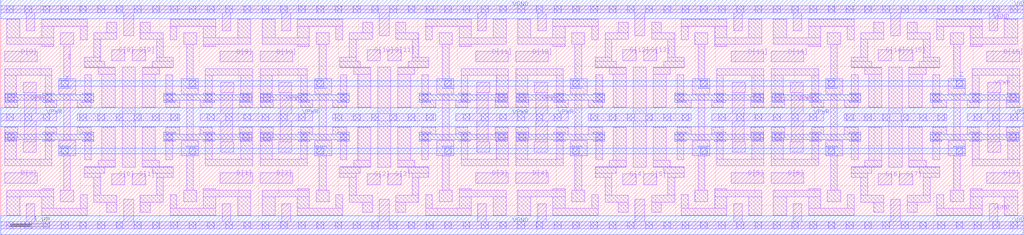
<source format=lef>
# Copyright 2020 The SkyWater PDK Authors
#
# Licensed under the Apache License, Version 2.0 (the "License");
# you may not use this file except in compliance with the License.
# You may obtain a copy of the License at
#
#     https://www.apache.org/licenses/LICENSE-2.0
#
# Unless required by applicable law or agreed to in writing, software
# distributed under the License is distributed on an "AS IS" BASIS,
# WITHOUT WARRANTIES OR CONDITIONS OF ANY KIND, either express or implied.
# See the License for the specific language governing permissions and
# limitations under the License.
#
# SPDX-License-Identifier: Apache-2.0

VERSION 5.7 ;
  NAMESCASESENSITIVE ON ;
  NOWIREEXTENSIONATPIN ON ;
  DIVIDERCHAR "/" ;
  BUSBITCHARS "[]" ;
UNITS
  DATABASE MICRONS 200 ;
END UNITS
PROPERTYDEFINITIONS
  MACRO maskLayoutSubType STRING ;
  MACRO prCellType STRING ;
  MACRO originalViewName STRING ;
END PROPERTYDEFINITIONS
MACRO sky130_fd_sc_hdll__muxb16to1_2
  CLASS CORE ;
  FOREIGN sky130_fd_sc_hdll__muxb16to1_2 ;
  ORIGIN  0.000000  0.000000 ;
  SIZE  25.76000 BY  5.440000 ;
  SYMMETRY X Y R90 ;
  SITE unithd ;
  PIN D[0]
    ANTENNAGATEAREA  0.555000 ;
    DIRECTION INPUT ;
    USE SIGNAL ;
    PORT
      LAYER li1 ;
        RECT 0.095000 1.055000 0.915000 1.325000 ;
    END
  END D[0]
  PIN D[1]
    ANTENNAGATEAREA  0.555000 ;
    DIRECTION INPUT ;
    USE SIGNAL ;
    PORT
      LAYER li1 ;
        RECT 5.525000 1.055000 6.345000 1.325000 ;
    END
  END D[1]
  PIN D[2]
    ANTENNAGATEAREA  0.555000 ;
    DIRECTION INPUT ;
    USE SIGNAL ;
    PORT
      LAYER li1 ;
        RECT 6.535000 1.055000 7.355000 1.325000 ;
    END
  END D[2]
  PIN D[3]
    ANTENNAGATEAREA  0.555000 ;
    DIRECTION INPUT ;
    USE SIGNAL ;
    PORT
      LAYER li1 ;
        RECT 11.965000 1.055000 12.785000 1.325000 ;
    END
  END D[3]
  PIN D[4]
    ANTENNAGATEAREA  0.555000 ;
    DIRECTION INPUT ;
    USE SIGNAL ;
    PORT
      LAYER li1 ;
        RECT 12.975000 1.055000 13.795000 1.325000 ;
    END
  END D[4]
  PIN D[5]
    ANTENNAGATEAREA  0.555000 ;
    DIRECTION INPUT ;
    USE SIGNAL ;
    PORT
      LAYER li1 ;
        RECT 18.405000 1.055000 19.225000 1.325000 ;
    END
  END D[5]
  PIN D[6]
    ANTENNAGATEAREA  0.555000 ;
    DIRECTION INPUT ;
    USE SIGNAL ;
    PORT
      LAYER li1 ;
        RECT 19.415000 1.055000 20.235000 1.325000 ;
    END
  END D[6]
  PIN D[7]
    ANTENNAGATEAREA  0.555000 ;
    DIRECTION INPUT ;
    USE SIGNAL ;
    PORT
      LAYER li1 ;
        RECT 24.845000 1.055000 25.665000 1.325000 ;
    END
  END D[7]
  PIN D[8]
    ANTENNAGATEAREA  0.555000 ;
    DIRECTION INPUT ;
    USE SIGNAL ;
    PORT
      LAYER li1 ;
        RECT 0.095000 4.115000 0.915000 4.385000 ;
    END
  END D[8]
  PIN D[9]
    ANTENNAGATEAREA  0.555000 ;
    DIRECTION INPUT ;
    USE SIGNAL ;
    PORT
      LAYER li1 ;
        RECT 5.525000 4.115000 6.345000 4.385000 ;
    END
  END D[9]
  PIN D[10]
    ANTENNAGATEAREA  0.555000 ;
    DIRECTION INPUT ;
    USE SIGNAL ;
    PORT
      LAYER li1 ;
        RECT 6.535000 4.115000 7.355000 4.385000 ;
    END
  END D[10]
  PIN D[11]
    ANTENNAGATEAREA  0.555000 ;
    DIRECTION INPUT ;
    USE SIGNAL ;
    PORT
      LAYER li1 ;
        RECT 11.965000 4.115000 12.785000 4.385000 ;
    END
  END D[11]
  PIN D[12]
    ANTENNAGATEAREA  0.555000 ;
    DIRECTION INPUT ;
    USE SIGNAL ;
    PORT
      LAYER li1 ;
        RECT 12.975000 4.115000 13.795000 4.385000 ;
    END
  END D[12]
  PIN D[13]
    ANTENNAGATEAREA  0.555000 ;
    DIRECTION INPUT ;
    USE SIGNAL ;
    PORT
      LAYER li1 ;
        RECT 18.405000 4.115000 19.225000 4.385000 ;
    END
  END D[13]
  PIN D[14]
    ANTENNAGATEAREA  0.555000 ;
    DIRECTION INPUT ;
    USE SIGNAL ;
    PORT
      LAYER li1 ;
        RECT 19.415000 4.115000 20.235000 4.385000 ;
    END
  END D[14]
  PIN D[15]
    ANTENNAGATEAREA  0.555000 ;
    DIRECTION INPUT ;
    USE SIGNAL ;
    PORT
      LAYER li1 ;
        RECT 24.845000 4.115000 25.665000 4.385000 ;
    END
  END D[15]
  PIN S[0]
    ANTENNAGATEAREA  0.414000 ;
    DIRECTION INPUT ;
    USE SIGNAL ;
    PORT
      LAYER li1 ;
        RECT 2.790000 1.025000 3.125000 1.295000 ;
    END
  END S[0]
  PIN S[1]
    ANTENNAGATEAREA  0.414000 ;
    DIRECTION INPUT ;
    USE SIGNAL ;
    PORT
      LAYER li1 ;
        RECT 3.315000 1.025000 3.650000 1.295000 ;
    END
  END S[1]
  PIN S[2]
    ANTENNAGATEAREA  0.414000 ;
    DIRECTION INPUT ;
    USE SIGNAL ;
    PORT
      LAYER li1 ;
        RECT 9.230000 1.025000 9.565000 1.295000 ;
    END
  END S[2]
  PIN S[3]
    ANTENNAGATEAREA  0.414000 ;
    DIRECTION INPUT ;
    USE SIGNAL ;
    PORT
      LAYER li1 ;
        RECT 9.755000 1.025000 10.090000 1.295000 ;
    END
  END S[3]
  PIN S[4]
    ANTENNAGATEAREA  0.414000 ;
    DIRECTION INPUT ;
    USE SIGNAL ;
    PORT
      LAYER li1 ;
        RECT 15.670000 1.025000 16.005000 1.295000 ;
    END
  END S[4]
  PIN S[5]
    ANTENNAGATEAREA  0.414000 ;
    DIRECTION INPUT ;
    USE SIGNAL ;
    PORT
      LAYER li1 ;
        RECT 16.195000 1.025000 16.530000 1.295000 ;
    END
  END S[5]
  PIN S[6]
    ANTENNAGATEAREA  0.414000 ;
    DIRECTION INPUT ;
    USE SIGNAL ;
    PORT
      LAYER li1 ;
        RECT 22.110000 1.025000 22.445000 1.295000 ;
    END
  END S[6]
  PIN S[7]
    ANTENNAGATEAREA  0.414000 ;
    DIRECTION INPUT ;
    USE SIGNAL ;
    PORT
      LAYER li1 ;
        RECT 22.635000 1.025000 22.970000 1.295000 ;
    END
  END S[7]
  PIN S[8]
    ANTENNAGATEAREA  0.414000 ;
    DIRECTION INPUT ;
    USE SIGNAL ;
    PORT
      LAYER li1 ;
        RECT 2.790000 4.145000 3.125000 4.415000 ;
    END
  END S[8]
  PIN S[9]
    ANTENNAGATEAREA  0.414000 ;
    DIRECTION INPUT ;
    USE SIGNAL ;
    PORT
      LAYER li1 ;
        RECT 3.315000 4.145000 3.650000 4.415000 ;
    END
  END S[9]
  PIN S[10]
    ANTENNAGATEAREA  0.414000 ;
    DIRECTION INPUT ;
    USE SIGNAL ;
    PORT
      LAYER li1 ;
        RECT 9.230000 4.145000 9.565000 4.415000 ;
    END
  END S[10]
  PIN S[11]
    ANTENNAGATEAREA  0.414000 ;
    DIRECTION INPUT ;
    USE SIGNAL ;
    PORT
      LAYER li1 ;
        RECT 9.755000 4.145000 10.090000 4.415000 ;
    END
  END S[11]
  PIN S[12]
    ANTENNAGATEAREA  0.414000 ;
    DIRECTION INPUT ;
    USE SIGNAL ;
    PORT
      LAYER li1 ;
        RECT 15.670000 4.145000 16.005000 4.415000 ;
    END
  END S[12]
  PIN S[13]
    ANTENNAGATEAREA  0.414000 ;
    DIRECTION INPUT ;
    USE SIGNAL ;
    PORT
      LAYER li1 ;
        RECT 16.195000 4.145000 16.530000 4.415000 ;
    END
  END S[13]
  PIN S[14]
    ANTENNAGATEAREA  0.414000 ;
    DIRECTION INPUT ;
    USE SIGNAL ;
    PORT
      LAYER li1 ;
        RECT 22.110000 4.145000 22.445000 4.415000 ;
    END
  END S[14]
  PIN S[15]
    ANTENNAGATEAREA  0.414000 ;
    DIRECTION INPUT ;
    USE SIGNAL ;
    PORT
      LAYER li1 ;
        RECT 22.635000 4.145000 22.970000 4.415000 ;
    END
  END S[15]
  PIN Z
    ANTENNADIFFAREA  6.051200 ;
    DIRECTION OUTPUT ;
    USE SIGNAL ;
    PORT
      LAYER li1 ;
        RECT 1.465000 1.755000 1.895000 2.125000 ;
        RECT 1.465000 3.315000 1.895000 3.685000 ;
        RECT 1.505000 0.595000 1.835000 0.885000 ;
        RECT 1.505000 4.555000 1.835000 4.845000 ;
        RECT 1.585000 0.885000 1.755000 1.755000 ;
        RECT 1.585000 2.125000 1.755000 3.315000 ;
        RECT 1.585000 3.685000 1.755000 4.555000 ;
      LAYER mcon ;
        RECT 1.525000 1.785000 1.695000 1.955000 ;
        RECT 1.525000 3.485000 1.695000 3.655000 ;
    END
    PORT
      LAYER met1 ;
        RECT  1.465000 1.755000  1.755000 1.800000 ;
        RECT  1.465000 1.800000 24.295000 1.940000 ;
        RECT  1.465000 1.940000  1.755000 1.985000 ;
        RECT  1.465000 3.455000  1.755000 3.500000 ;
        RECT  1.465000 3.500000 24.295000 3.640000 ;
        RECT  1.465000 3.640000  1.755000 3.685000 ;
        RECT  4.685000 1.755000  4.975000 1.800000 ;
        RECT  4.685000 1.940000  4.975000 1.985000 ;
        RECT  4.685000 3.455000  4.975000 3.500000 ;
        RECT  4.685000 3.640000  4.975000 3.685000 ;
        RECT  7.905000 1.755000  8.195000 1.800000 ;
        RECT  7.905000 1.940000  8.195000 1.985000 ;
        RECT  7.905000 3.455000  8.195000 3.500000 ;
        RECT  7.905000 3.640000  8.195000 3.685000 ;
        RECT 11.125000 1.755000 11.415000 1.800000 ;
        RECT 11.125000 1.940000 11.415000 1.985000 ;
        RECT 11.125000 3.455000 11.415000 3.500000 ;
        RECT 11.125000 3.640000 11.415000 3.685000 ;
        RECT 14.345000 1.755000 14.635000 1.800000 ;
        RECT 14.345000 1.940000 14.635000 1.985000 ;
        RECT 14.345000 3.455000 14.635000 3.500000 ;
        RECT 14.345000 3.640000 14.635000 3.685000 ;
        RECT 17.565000 1.755000 17.855000 1.800000 ;
        RECT 17.565000 1.940000 17.855000 1.985000 ;
        RECT 17.565000 3.455000 17.855000 3.500000 ;
        RECT 17.565000 3.640000 17.855000 3.685000 ;
        RECT 20.785000 1.755000 21.075000 1.800000 ;
        RECT 20.785000 1.940000 21.075000 1.985000 ;
        RECT 20.785000 3.455000 21.075000 3.500000 ;
        RECT 20.785000 3.640000 21.075000 3.685000 ;
        RECT 24.005000 1.755000 24.295000 1.800000 ;
        RECT 24.005000 1.940000 24.295000 1.985000 ;
        RECT 24.005000 3.455000 24.295000 3.500000 ;
        RECT 24.005000 3.640000 24.295000 3.685000 ;
    END
  END Z
  PIN VGND
    DIRECTION INOUT ;
    USE GROUND ;
    PORT
      LAYER li1 ;
        RECT  0.000000 -0.085000 25.760000 0.085000 ;
        RECT  0.645000  0.085000  0.860000 0.545000 ;
        RECT  3.095000  0.085000  3.345000 0.660000 ;
        RECT  5.580000  0.085000  5.795000 0.545000 ;
        RECT  7.085000  0.085000  7.300000 0.545000 ;
        RECT  9.535000  0.085000  9.785000 0.660000 ;
        RECT 12.020000  0.085000 12.235000 0.545000 ;
        RECT 13.525000  0.085000 13.740000 0.545000 ;
        RECT 15.975000  0.085000 16.225000 0.660000 ;
        RECT 18.460000  0.085000 18.675000 0.545000 ;
        RECT 19.965000  0.085000 20.180000 0.545000 ;
        RECT 22.415000  0.085000 22.665000 0.660000 ;
        RECT 24.900000  0.085000 25.115000 0.545000 ;
      LAYER mcon ;
        RECT  0.145000 -0.085000  0.315000 0.085000 ;
        RECT  0.605000 -0.085000  0.775000 0.085000 ;
        RECT  1.065000 -0.085000  1.235000 0.085000 ;
        RECT  1.525000 -0.085000  1.695000 0.085000 ;
        RECT  1.985000 -0.085000  2.155000 0.085000 ;
        RECT  2.445000 -0.085000  2.615000 0.085000 ;
        RECT  2.905000 -0.085000  3.075000 0.085000 ;
        RECT  3.365000 -0.085000  3.535000 0.085000 ;
        RECT  3.825000 -0.085000  3.995000 0.085000 ;
        RECT  4.285000 -0.085000  4.455000 0.085000 ;
        RECT  4.745000 -0.085000  4.915000 0.085000 ;
        RECT  5.205000 -0.085000  5.375000 0.085000 ;
        RECT  5.665000 -0.085000  5.835000 0.085000 ;
        RECT  6.125000 -0.085000  6.295000 0.085000 ;
        RECT  6.585000 -0.085000  6.755000 0.085000 ;
        RECT  7.045000 -0.085000  7.215000 0.085000 ;
        RECT  7.505000 -0.085000  7.675000 0.085000 ;
        RECT  7.965000 -0.085000  8.135000 0.085000 ;
        RECT  8.425000 -0.085000  8.595000 0.085000 ;
        RECT  8.885000 -0.085000  9.055000 0.085000 ;
        RECT  9.345000 -0.085000  9.515000 0.085000 ;
        RECT  9.805000 -0.085000  9.975000 0.085000 ;
        RECT 10.265000 -0.085000 10.435000 0.085000 ;
        RECT 10.725000 -0.085000 10.895000 0.085000 ;
        RECT 11.185000 -0.085000 11.355000 0.085000 ;
        RECT 11.645000 -0.085000 11.815000 0.085000 ;
        RECT 12.105000 -0.085000 12.275000 0.085000 ;
        RECT 12.565000 -0.085000 12.735000 0.085000 ;
        RECT 13.025000 -0.085000 13.195000 0.085000 ;
        RECT 13.485000 -0.085000 13.655000 0.085000 ;
        RECT 13.945000 -0.085000 14.115000 0.085000 ;
        RECT 14.405000 -0.085000 14.575000 0.085000 ;
        RECT 14.865000 -0.085000 15.035000 0.085000 ;
        RECT 15.325000 -0.085000 15.495000 0.085000 ;
        RECT 15.785000 -0.085000 15.955000 0.085000 ;
        RECT 16.245000 -0.085000 16.415000 0.085000 ;
        RECT 16.705000 -0.085000 16.875000 0.085000 ;
        RECT 17.165000 -0.085000 17.335000 0.085000 ;
        RECT 17.625000 -0.085000 17.795000 0.085000 ;
        RECT 18.085000 -0.085000 18.255000 0.085000 ;
        RECT 18.545000 -0.085000 18.715000 0.085000 ;
        RECT 19.005000 -0.085000 19.175000 0.085000 ;
        RECT 19.465000 -0.085000 19.635000 0.085000 ;
        RECT 19.925000 -0.085000 20.095000 0.085000 ;
        RECT 20.385000 -0.085000 20.555000 0.085000 ;
        RECT 20.845000 -0.085000 21.015000 0.085000 ;
        RECT 21.305000 -0.085000 21.475000 0.085000 ;
        RECT 21.765000 -0.085000 21.935000 0.085000 ;
        RECT 22.225000 -0.085000 22.395000 0.085000 ;
        RECT 22.685000 -0.085000 22.855000 0.085000 ;
        RECT 23.145000 -0.085000 23.315000 0.085000 ;
        RECT 23.605000 -0.085000 23.775000 0.085000 ;
        RECT 24.065000 -0.085000 24.235000 0.085000 ;
        RECT 24.525000 -0.085000 24.695000 0.085000 ;
        RECT 24.985000 -0.085000 25.155000 0.085000 ;
        RECT 25.445000 -0.085000 25.615000 0.085000 ;
    END
    PORT
      LAYER li1 ;
        RECT  0.000000 5.355000 25.760000 5.525000 ;
        RECT  0.645000 4.895000  0.860000 5.355000 ;
        RECT  3.095000 4.780000  3.345000 5.355000 ;
        RECT  5.580000 4.895000  5.795000 5.355000 ;
        RECT  7.085000 4.895000  7.300000 5.355000 ;
        RECT  9.535000 4.780000  9.785000 5.355000 ;
        RECT 12.020000 4.895000 12.235000 5.355000 ;
        RECT 13.525000 4.895000 13.740000 5.355000 ;
        RECT 15.975000 4.780000 16.225000 5.355000 ;
        RECT 18.460000 4.895000 18.675000 5.355000 ;
        RECT 19.965000 4.895000 20.180000 5.355000 ;
        RECT 22.415000 4.780000 22.665000 5.355000 ;
        RECT 24.900000 4.895000 25.115000 5.355000 ;
      LAYER mcon ;
        RECT  0.145000 5.355000  0.315000 5.525000 ;
        RECT  0.605000 5.355000  0.775000 5.525000 ;
        RECT  1.065000 5.355000  1.235000 5.525000 ;
        RECT  1.525000 5.355000  1.695000 5.525000 ;
        RECT  1.985000 5.355000  2.155000 5.525000 ;
        RECT  2.445000 5.355000  2.615000 5.525000 ;
        RECT  2.905000 5.355000  3.075000 5.525000 ;
        RECT  3.365000 5.355000  3.535000 5.525000 ;
        RECT  3.825000 5.355000  3.995000 5.525000 ;
        RECT  4.285000 5.355000  4.455000 5.525000 ;
        RECT  4.745000 5.355000  4.915000 5.525000 ;
        RECT  5.205000 5.355000  5.375000 5.525000 ;
        RECT  5.665000 5.355000  5.835000 5.525000 ;
        RECT  6.125000 5.355000  6.295000 5.525000 ;
        RECT  6.585000 5.355000  6.755000 5.525000 ;
        RECT  7.045000 5.355000  7.215000 5.525000 ;
        RECT  7.505000 5.355000  7.675000 5.525000 ;
        RECT  7.965000 5.355000  8.135000 5.525000 ;
        RECT  8.425000 5.355000  8.595000 5.525000 ;
        RECT  8.885000 5.355000  9.055000 5.525000 ;
        RECT  9.345000 5.355000  9.515000 5.525000 ;
        RECT  9.805000 5.355000  9.975000 5.525000 ;
        RECT 10.265000 5.355000 10.435000 5.525000 ;
        RECT 10.725000 5.355000 10.895000 5.525000 ;
        RECT 11.185000 5.355000 11.355000 5.525000 ;
        RECT 11.645000 5.355000 11.815000 5.525000 ;
        RECT 12.105000 5.355000 12.275000 5.525000 ;
        RECT 12.565000 5.355000 12.735000 5.525000 ;
        RECT 13.025000 5.355000 13.195000 5.525000 ;
        RECT 13.485000 5.355000 13.655000 5.525000 ;
        RECT 13.945000 5.355000 14.115000 5.525000 ;
        RECT 14.405000 5.355000 14.575000 5.525000 ;
        RECT 14.865000 5.355000 15.035000 5.525000 ;
        RECT 15.325000 5.355000 15.495000 5.525000 ;
        RECT 15.785000 5.355000 15.955000 5.525000 ;
        RECT 16.245000 5.355000 16.415000 5.525000 ;
        RECT 16.705000 5.355000 16.875000 5.525000 ;
        RECT 17.165000 5.355000 17.335000 5.525000 ;
        RECT 17.625000 5.355000 17.795000 5.525000 ;
        RECT 18.085000 5.355000 18.255000 5.525000 ;
        RECT 18.545000 5.355000 18.715000 5.525000 ;
        RECT 19.005000 5.355000 19.175000 5.525000 ;
        RECT 19.465000 5.355000 19.635000 5.525000 ;
        RECT 19.925000 5.355000 20.095000 5.525000 ;
        RECT 20.385000 5.355000 20.555000 5.525000 ;
        RECT 20.845000 5.355000 21.015000 5.525000 ;
        RECT 21.305000 5.355000 21.475000 5.525000 ;
        RECT 21.765000 5.355000 21.935000 5.525000 ;
        RECT 22.225000 5.355000 22.395000 5.525000 ;
        RECT 22.685000 5.355000 22.855000 5.525000 ;
        RECT 23.145000 5.355000 23.315000 5.525000 ;
        RECT 23.605000 5.355000 23.775000 5.525000 ;
        RECT 24.065000 5.355000 24.235000 5.525000 ;
        RECT 24.525000 5.355000 24.695000 5.525000 ;
        RECT 24.985000 5.355000 25.155000 5.525000 ;
        RECT 25.445000 5.355000 25.615000 5.525000 ;
    END
    PORT
      LAYER met1 ;
        RECT 0.000000 -0.240000 25.760000 0.240000 ;
    END
    PORT
      LAYER met1 ;
        RECT 0.000000 5.200000 25.760000 5.680000 ;
    END
  END VGND
  PIN VPWR
    DIRECTION INOUT ;
    USE POWER ;
    PORT
      LAYER li1 ;
        RECT 0.000000 2.635000 1.415000 2.805000 ;
        RECT 0.565000 1.835000 0.895000 2.105000 ;
        RECT 0.565000 3.335000 0.895000 3.605000 ;
        RECT 0.595000 2.105000 0.895000 2.635000 ;
        RECT 0.595000 2.805000 0.895000 3.335000 ;
      LAYER mcon ;
        RECT 0.145000 2.635000 0.315000 2.805000 ;
        RECT 0.605000 2.635000 0.775000 2.805000 ;
        RECT 1.065000 2.635000 1.235000 2.805000 ;
    END
    PORT
      LAYER li1 ;
        RECT 11.465000 2.635000 14.295000 2.805000 ;
        RECT 11.985000 1.835000 12.315000 2.105000 ;
        RECT 11.985000 2.105000 12.285000 2.635000 ;
        RECT 11.985000 2.805000 12.285000 3.335000 ;
        RECT 11.985000 3.335000 12.315000 3.605000 ;
        RECT 13.445000 1.835000 13.775000 2.105000 ;
        RECT 13.445000 3.335000 13.775000 3.605000 ;
        RECT 13.475000 2.105000 13.775000 2.635000 ;
        RECT 13.475000 2.805000 13.775000 3.335000 ;
      LAYER mcon ;
        RECT 11.645000 2.635000 11.815000 2.805000 ;
        RECT 12.105000 2.635000 12.275000 2.805000 ;
        RECT 12.565000 2.635000 12.735000 2.805000 ;
        RECT 13.025000 2.635000 13.195000 2.805000 ;
        RECT 13.485000 2.635000 13.655000 2.805000 ;
        RECT 13.945000 2.635000 14.115000 2.805000 ;
    END
    PORT
      LAYER li1 ;
        RECT 17.905000 2.635000 20.735000 2.805000 ;
        RECT 18.425000 1.835000 18.755000 2.105000 ;
        RECT 18.425000 2.105000 18.725000 2.635000 ;
        RECT 18.425000 2.805000 18.725000 3.335000 ;
        RECT 18.425000 3.335000 18.755000 3.605000 ;
        RECT 19.885000 1.835000 20.215000 2.105000 ;
        RECT 19.885000 3.335000 20.215000 3.605000 ;
        RECT 19.915000 2.105000 20.215000 2.635000 ;
        RECT 19.915000 2.805000 20.215000 3.335000 ;
      LAYER mcon ;
        RECT 18.085000 2.635000 18.255000 2.805000 ;
        RECT 18.545000 2.635000 18.715000 2.805000 ;
        RECT 19.005000 2.635000 19.175000 2.805000 ;
        RECT 19.465000 2.635000 19.635000 2.805000 ;
        RECT 19.925000 2.635000 20.095000 2.805000 ;
        RECT 20.385000 2.635000 20.555000 2.805000 ;
    END
    PORT
      LAYER li1 ;
        RECT 24.345000 2.635000 25.760000 2.805000 ;
        RECT 24.865000 1.835000 25.195000 2.105000 ;
        RECT 24.865000 2.105000 25.165000 2.635000 ;
        RECT 24.865000 2.805000 25.165000 3.335000 ;
        RECT 24.865000 3.335000 25.195000 3.605000 ;
      LAYER mcon ;
        RECT 24.525000 2.635000 24.695000 2.805000 ;
        RECT 24.985000 2.635000 25.155000 2.805000 ;
        RECT 25.445000 2.635000 25.615000 2.805000 ;
    END
    PORT
      LAYER li1 ;
        RECT 5.025000 2.635000 7.855000 2.805000 ;
        RECT 5.545000 1.835000 5.875000 2.105000 ;
        RECT 5.545000 2.105000 5.845000 2.635000 ;
        RECT 5.545000 2.805000 5.845000 3.335000 ;
        RECT 5.545000 3.335000 5.875000 3.605000 ;
        RECT 7.005000 1.835000 7.335000 2.105000 ;
        RECT 7.005000 3.335000 7.335000 3.605000 ;
        RECT 7.035000 2.105000 7.335000 2.635000 ;
        RECT 7.035000 2.805000 7.335000 3.335000 ;
      LAYER mcon ;
        RECT 5.205000 2.635000 5.375000 2.805000 ;
        RECT 5.665000 2.635000 5.835000 2.805000 ;
        RECT 6.125000 2.635000 6.295000 2.805000 ;
        RECT 6.585000 2.635000 6.755000 2.805000 ;
        RECT 7.045000 2.635000 7.215000 2.805000 ;
        RECT 7.505000 2.635000 7.675000 2.805000 ;
    END
    PORT
      LAYER met1 ;
        RECT 0.000000 2.480000 25.760000 2.960000 ;
    END
  END VPWR
  OBS
    LAYER li1 ;
      RECT  0.095000 1.495000  1.285000 1.665000 ;
      RECT  0.095000 1.665000  0.395000 2.210000 ;
      RECT  0.095000 2.210000  0.425000 2.465000 ;
      RECT  0.095000 2.975000  0.425000 3.230000 ;
      RECT  0.095000 3.230000  0.395000 3.775000 ;
      RECT  0.095000 3.775000  1.285000 3.945000 ;
      RECT  0.145000 0.255000  0.475000 0.715000 ;
      RECT  0.145000 0.715000  1.335000 0.885000 ;
      RECT  0.145000 4.555000  1.335000 4.725000 ;
      RECT  0.145000 4.725000  0.475000 5.185000 ;
      RECT  1.030000 0.255000  2.175000 0.425000 ;
      RECT  1.030000 0.425000  1.335000 0.715000 ;
      RECT  1.030000 0.885000  1.335000 0.925000 ;
      RECT  1.030000 4.515000  1.335000 4.555000 ;
      RECT  1.030000 4.725000  1.335000 5.015000 ;
      RECT  1.030000 5.015000  2.175000 5.185000 ;
      RECT  1.115000 1.665000  1.285000 2.295000 ;
      RECT  1.115000 2.295000  1.415000 2.465000 ;
      RECT  1.115000 2.975000  1.415000 3.145000 ;
      RECT  1.115000 3.145000  1.285000 3.775000 ;
      RECT  1.925000 2.295000  2.280000 2.465000 ;
      RECT  1.925000 2.635000  4.515000 2.805000 ;
      RECT  1.925000 2.975000  2.280000 3.145000 ;
      RECT  2.005000 0.425000  2.175000 0.770000 ;
      RECT  2.005000 4.670000  2.175000 5.015000 ;
      RECT  2.100000 1.205000  2.515000 1.305000 ;
      RECT  2.100000 1.305000  2.620000 1.465000 ;
      RECT  2.100000 1.465000  2.880000 1.475000 ;
      RECT  2.100000 3.965000  2.880000 3.975000 ;
      RECT  2.100000 3.975000  2.620000 4.135000 ;
      RECT  2.100000 4.135000  2.515000 4.235000 ;
      RECT  2.110000 1.645000  2.280000 2.295000 ;
      RECT  2.110000 3.145000  2.280000 3.795000 ;
      RECT  2.345000 0.585000  2.925000 0.755000 ;
      RECT  2.345000 0.755000  2.515000 1.205000 ;
      RECT  2.345000 4.235000  2.515000 4.685000 ;
      RECT  2.345000 4.685000  2.925000 4.855000 ;
      RECT  2.450000 1.475000  2.880000 1.635000 ;
      RECT  2.450000 3.805000  2.880000 3.965000 ;
      RECT  2.550000 1.635000  2.880000 2.465000 ;
      RECT  2.550000 2.975000  2.880000 3.805000 ;
      RECT  2.675000 0.330000  2.925000 0.585000 ;
      RECT  2.675000 4.855000  2.925000 5.110000 ;
      RECT  3.055000 1.465000  3.385000 2.635000 ;
      RECT  3.055000 2.805000  3.385000 3.975000 ;
      RECT  3.515000 0.330000  3.765000 0.585000 ;
      RECT  3.515000 0.585000  4.095000 0.755000 ;
      RECT  3.515000 4.685000  4.095000 4.855000 ;
      RECT  3.515000 4.855000  3.765000 5.110000 ;
      RECT  3.560000 1.465000  4.340000 1.475000 ;
      RECT  3.560000 1.475000  3.990000 1.635000 ;
      RECT  3.560000 1.635000  3.890000 2.465000 ;
      RECT  3.560000 2.975000  3.890000 3.805000 ;
      RECT  3.560000 3.805000  3.990000 3.965000 ;
      RECT  3.560000 3.965000  4.340000 3.975000 ;
      RECT  3.820000 1.305000  4.340000 1.465000 ;
      RECT  3.820000 3.975000  4.340000 4.135000 ;
      RECT  3.925000 0.755000  4.095000 1.205000 ;
      RECT  3.925000 1.205000  4.340000 1.305000 ;
      RECT  3.925000 4.135000  4.340000 4.235000 ;
      RECT  3.925000 4.235000  4.095000 4.685000 ;
      RECT  4.160000 1.645000  4.330000 2.295000 ;
      RECT  4.160000 2.295000  4.515000 2.465000 ;
      RECT  4.160000 2.975000  4.515000 3.145000 ;
      RECT  4.160000 3.145000  4.330000 3.795000 ;
      RECT  4.265000 0.255000  5.410000 0.425000 ;
      RECT  4.265000 0.425000  4.435000 0.770000 ;
      RECT  4.265000 4.670000  4.435000 5.015000 ;
      RECT  4.265000 5.015000  5.410000 5.185000 ;
      RECT  4.545000 1.755000  4.975000 2.125000 ;
      RECT  4.545000 3.315000  4.975000 3.685000 ;
      RECT  4.605000 0.595000  4.935000 0.885000 ;
      RECT  4.605000 4.555000  4.935000 4.845000 ;
      RECT  4.685000 0.885000  4.855000 1.755000 ;
      RECT  4.685000 2.125000  4.855000 3.315000 ;
      RECT  4.685000 3.685000  4.855000 4.555000 ;
      RECT  5.025000 2.295000  5.325000 2.465000 ;
      RECT  5.025000 2.975000  5.325000 3.145000 ;
      RECT  5.105000 0.425000  5.410000 0.715000 ;
      RECT  5.105000 0.715000  6.295000 0.885000 ;
      RECT  5.105000 0.885000  5.410000 0.925000 ;
      RECT  5.105000 4.515000  5.410000 4.555000 ;
      RECT  5.105000 4.555000  6.295000 4.725000 ;
      RECT  5.105000 4.725000  5.410000 5.015000 ;
      RECT  5.155000 1.495000  6.345000 1.665000 ;
      RECT  5.155000 1.665000  5.325000 2.295000 ;
      RECT  5.155000 3.145000  5.325000 3.775000 ;
      RECT  5.155000 3.775000  6.345000 3.945000 ;
      RECT  5.965000 0.255000  6.295000 0.715000 ;
      RECT  5.965000 4.725000  6.295000 5.185000 ;
      RECT  6.015000 2.210000  6.345000 2.465000 ;
      RECT  6.015000 2.975000  6.345000 3.230000 ;
      RECT  6.045000 1.665000  6.345000 2.210000 ;
      RECT  6.045000 3.230000  6.345000 3.775000 ;
      RECT  6.535000 1.495000  7.725000 1.665000 ;
      RECT  6.535000 1.665000  6.835000 2.210000 ;
      RECT  6.535000 2.210000  6.865000 2.465000 ;
      RECT  6.535000 2.975000  6.865000 3.230000 ;
      RECT  6.535000 3.230000  6.835000 3.775000 ;
      RECT  6.535000 3.775000  7.725000 3.945000 ;
      RECT  6.585000 0.255000  6.915000 0.715000 ;
      RECT  6.585000 0.715000  7.775000 0.885000 ;
      RECT  6.585000 4.555000  7.775000 4.725000 ;
      RECT  6.585000 4.725000  6.915000 5.185000 ;
      RECT  7.470000 0.255000  8.615000 0.425000 ;
      RECT  7.470000 0.425000  7.775000 0.715000 ;
      RECT  7.470000 0.885000  7.775000 0.925000 ;
      RECT  7.470000 4.515000  7.775000 4.555000 ;
      RECT  7.470000 4.725000  7.775000 5.015000 ;
      RECT  7.470000 5.015000  8.615000 5.185000 ;
      RECT  7.555000 1.665000  7.725000 2.295000 ;
      RECT  7.555000 2.295000  7.855000 2.465000 ;
      RECT  7.555000 2.975000  7.855000 3.145000 ;
      RECT  7.555000 3.145000  7.725000 3.775000 ;
      RECT  7.905000 1.755000  8.335000 2.125000 ;
      RECT  7.905000 3.315000  8.335000 3.685000 ;
      RECT  7.945000 0.595000  8.275000 0.885000 ;
      RECT  7.945000 4.555000  8.275000 4.845000 ;
      RECT  8.025000 0.885000  8.195000 1.755000 ;
      RECT  8.025000 2.125000  8.195000 3.315000 ;
      RECT  8.025000 3.685000  8.195000 4.555000 ;
      RECT  8.365000 2.295000  8.720000 2.465000 ;
      RECT  8.365000 2.635000 10.955000 2.805000 ;
      RECT  8.365000 2.975000  8.720000 3.145000 ;
      RECT  8.445000 0.425000  8.615000 0.770000 ;
      RECT  8.445000 4.670000  8.615000 5.015000 ;
      RECT  8.540000 1.205000  8.955000 1.305000 ;
      RECT  8.540000 1.305000  9.060000 1.465000 ;
      RECT  8.540000 1.465000  9.320000 1.475000 ;
      RECT  8.540000 3.965000  9.320000 3.975000 ;
      RECT  8.540000 3.975000  9.060000 4.135000 ;
      RECT  8.540000 4.135000  8.955000 4.235000 ;
      RECT  8.550000 1.645000  8.720000 2.295000 ;
      RECT  8.550000 3.145000  8.720000 3.795000 ;
      RECT  8.785000 0.585000  9.365000 0.755000 ;
      RECT  8.785000 0.755000  8.955000 1.205000 ;
      RECT  8.785000 4.235000  8.955000 4.685000 ;
      RECT  8.785000 4.685000  9.365000 4.855000 ;
      RECT  8.890000 1.475000  9.320000 1.635000 ;
      RECT  8.890000 3.805000  9.320000 3.965000 ;
      RECT  8.990000 1.635000  9.320000 2.465000 ;
      RECT  8.990000 2.975000  9.320000 3.805000 ;
      RECT  9.115000 0.330000  9.365000 0.585000 ;
      RECT  9.115000 4.855000  9.365000 5.110000 ;
      RECT  9.495000 1.465000  9.825000 2.635000 ;
      RECT  9.495000 2.805000  9.825000 3.975000 ;
      RECT  9.955000 0.330000 10.205000 0.585000 ;
      RECT  9.955000 0.585000 10.535000 0.755000 ;
      RECT  9.955000 4.685000 10.535000 4.855000 ;
      RECT  9.955000 4.855000 10.205000 5.110000 ;
      RECT 10.000000 1.465000 10.780000 1.475000 ;
      RECT 10.000000 1.475000 10.430000 1.635000 ;
      RECT 10.000000 1.635000 10.330000 2.465000 ;
      RECT 10.000000 2.975000 10.330000 3.805000 ;
      RECT 10.000000 3.805000 10.430000 3.965000 ;
      RECT 10.000000 3.965000 10.780000 3.975000 ;
      RECT 10.260000 1.305000 10.780000 1.465000 ;
      RECT 10.260000 3.975000 10.780000 4.135000 ;
      RECT 10.365000 0.755000 10.535000 1.205000 ;
      RECT 10.365000 1.205000 10.780000 1.305000 ;
      RECT 10.365000 4.135000 10.780000 4.235000 ;
      RECT 10.365000 4.235000 10.535000 4.685000 ;
      RECT 10.600000 1.645000 10.770000 2.295000 ;
      RECT 10.600000 2.295000 10.955000 2.465000 ;
      RECT 10.600000 2.975000 10.955000 3.145000 ;
      RECT 10.600000 3.145000 10.770000 3.795000 ;
      RECT 10.705000 0.255000 11.850000 0.425000 ;
      RECT 10.705000 0.425000 10.875000 0.770000 ;
      RECT 10.705000 4.670000 10.875000 5.015000 ;
      RECT 10.705000 5.015000 11.850000 5.185000 ;
      RECT 10.985000 1.755000 11.415000 2.125000 ;
      RECT 10.985000 3.315000 11.415000 3.685000 ;
      RECT 11.045000 0.595000 11.375000 0.885000 ;
      RECT 11.045000 4.555000 11.375000 4.845000 ;
      RECT 11.125000 0.885000 11.295000 1.755000 ;
      RECT 11.125000 2.125000 11.295000 3.315000 ;
      RECT 11.125000 3.685000 11.295000 4.555000 ;
      RECT 11.465000 2.295000 11.765000 2.465000 ;
      RECT 11.465000 2.975000 11.765000 3.145000 ;
      RECT 11.545000 0.425000 11.850000 0.715000 ;
      RECT 11.545000 0.715000 12.735000 0.885000 ;
      RECT 11.545000 0.885000 11.850000 0.925000 ;
      RECT 11.545000 4.515000 11.850000 4.555000 ;
      RECT 11.545000 4.555000 12.735000 4.725000 ;
      RECT 11.545000 4.725000 11.850000 5.015000 ;
      RECT 11.595000 1.495000 12.785000 1.665000 ;
      RECT 11.595000 1.665000 11.765000 2.295000 ;
      RECT 11.595000 3.145000 11.765000 3.775000 ;
      RECT 11.595000 3.775000 12.785000 3.945000 ;
      RECT 12.405000 0.255000 12.735000 0.715000 ;
      RECT 12.405000 4.725000 12.735000 5.185000 ;
      RECT 12.455000 2.210000 12.785000 2.465000 ;
      RECT 12.455000 2.975000 12.785000 3.230000 ;
      RECT 12.485000 1.665000 12.785000 2.210000 ;
      RECT 12.485000 3.230000 12.785000 3.775000 ;
      RECT 12.975000 1.495000 14.165000 1.665000 ;
      RECT 12.975000 1.665000 13.275000 2.210000 ;
      RECT 12.975000 2.210000 13.305000 2.465000 ;
      RECT 12.975000 2.975000 13.305000 3.230000 ;
      RECT 12.975000 3.230000 13.275000 3.775000 ;
      RECT 12.975000 3.775000 14.165000 3.945000 ;
      RECT 13.025000 0.255000 13.355000 0.715000 ;
      RECT 13.025000 0.715000 14.215000 0.885000 ;
      RECT 13.025000 4.555000 14.215000 4.725000 ;
      RECT 13.025000 4.725000 13.355000 5.185000 ;
      RECT 13.910000 0.255000 15.055000 0.425000 ;
      RECT 13.910000 0.425000 14.215000 0.715000 ;
      RECT 13.910000 0.885000 14.215000 0.925000 ;
      RECT 13.910000 4.515000 14.215000 4.555000 ;
      RECT 13.910000 4.725000 14.215000 5.015000 ;
      RECT 13.910000 5.015000 15.055000 5.185000 ;
      RECT 13.995000 1.665000 14.165000 2.295000 ;
      RECT 13.995000 2.295000 14.295000 2.465000 ;
      RECT 13.995000 2.975000 14.295000 3.145000 ;
      RECT 13.995000 3.145000 14.165000 3.775000 ;
      RECT 14.345000 1.755000 14.775000 2.125000 ;
      RECT 14.345000 3.315000 14.775000 3.685000 ;
      RECT 14.385000 0.595000 14.715000 0.885000 ;
      RECT 14.385000 4.555000 14.715000 4.845000 ;
      RECT 14.465000 0.885000 14.635000 1.755000 ;
      RECT 14.465000 2.125000 14.635000 3.315000 ;
      RECT 14.465000 3.685000 14.635000 4.555000 ;
      RECT 14.805000 2.295000 15.160000 2.465000 ;
      RECT 14.805000 2.635000 17.395000 2.805000 ;
      RECT 14.805000 2.975000 15.160000 3.145000 ;
      RECT 14.885000 0.425000 15.055000 0.770000 ;
      RECT 14.885000 4.670000 15.055000 5.015000 ;
      RECT 14.980000 1.205000 15.395000 1.305000 ;
      RECT 14.980000 1.305000 15.500000 1.465000 ;
      RECT 14.980000 1.465000 15.760000 1.475000 ;
      RECT 14.980000 3.965000 15.760000 3.975000 ;
      RECT 14.980000 3.975000 15.500000 4.135000 ;
      RECT 14.980000 4.135000 15.395000 4.235000 ;
      RECT 14.990000 1.645000 15.160000 2.295000 ;
      RECT 14.990000 3.145000 15.160000 3.795000 ;
      RECT 15.225000 0.585000 15.805000 0.755000 ;
      RECT 15.225000 0.755000 15.395000 1.205000 ;
      RECT 15.225000 4.235000 15.395000 4.685000 ;
      RECT 15.225000 4.685000 15.805000 4.855000 ;
      RECT 15.330000 1.475000 15.760000 1.635000 ;
      RECT 15.330000 3.805000 15.760000 3.965000 ;
      RECT 15.430000 1.635000 15.760000 2.465000 ;
      RECT 15.430000 2.975000 15.760000 3.805000 ;
      RECT 15.555000 0.330000 15.805000 0.585000 ;
      RECT 15.555000 4.855000 15.805000 5.110000 ;
      RECT 15.935000 1.465000 16.265000 2.635000 ;
      RECT 15.935000 2.805000 16.265000 3.975000 ;
      RECT 16.395000 0.330000 16.645000 0.585000 ;
      RECT 16.395000 0.585000 16.975000 0.755000 ;
      RECT 16.395000 4.685000 16.975000 4.855000 ;
      RECT 16.395000 4.855000 16.645000 5.110000 ;
      RECT 16.440000 1.465000 17.220000 1.475000 ;
      RECT 16.440000 1.475000 16.870000 1.635000 ;
      RECT 16.440000 1.635000 16.770000 2.465000 ;
      RECT 16.440000 2.975000 16.770000 3.805000 ;
      RECT 16.440000 3.805000 16.870000 3.965000 ;
      RECT 16.440000 3.965000 17.220000 3.975000 ;
      RECT 16.700000 1.305000 17.220000 1.465000 ;
      RECT 16.700000 3.975000 17.220000 4.135000 ;
      RECT 16.805000 0.755000 16.975000 1.205000 ;
      RECT 16.805000 1.205000 17.220000 1.305000 ;
      RECT 16.805000 4.135000 17.220000 4.235000 ;
      RECT 16.805000 4.235000 16.975000 4.685000 ;
      RECT 17.040000 1.645000 17.210000 2.295000 ;
      RECT 17.040000 2.295000 17.395000 2.465000 ;
      RECT 17.040000 2.975000 17.395000 3.145000 ;
      RECT 17.040000 3.145000 17.210000 3.795000 ;
      RECT 17.145000 0.255000 18.290000 0.425000 ;
      RECT 17.145000 0.425000 17.315000 0.770000 ;
      RECT 17.145000 4.670000 17.315000 5.015000 ;
      RECT 17.145000 5.015000 18.290000 5.185000 ;
      RECT 17.425000 1.755000 17.855000 2.125000 ;
      RECT 17.425000 3.315000 17.855000 3.685000 ;
      RECT 17.485000 0.595000 17.815000 0.885000 ;
      RECT 17.485000 4.555000 17.815000 4.845000 ;
      RECT 17.565000 0.885000 17.735000 1.755000 ;
      RECT 17.565000 2.125000 17.735000 3.315000 ;
      RECT 17.565000 3.685000 17.735000 4.555000 ;
      RECT 17.905000 2.295000 18.205000 2.465000 ;
      RECT 17.905000 2.975000 18.205000 3.145000 ;
      RECT 17.985000 0.425000 18.290000 0.715000 ;
      RECT 17.985000 0.715000 19.175000 0.885000 ;
      RECT 17.985000 0.885000 18.290000 0.925000 ;
      RECT 17.985000 4.515000 18.290000 4.555000 ;
      RECT 17.985000 4.555000 19.175000 4.725000 ;
      RECT 17.985000 4.725000 18.290000 5.015000 ;
      RECT 18.035000 1.495000 19.225000 1.665000 ;
      RECT 18.035000 1.665000 18.205000 2.295000 ;
      RECT 18.035000 3.145000 18.205000 3.775000 ;
      RECT 18.035000 3.775000 19.225000 3.945000 ;
      RECT 18.845000 0.255000 19.175000 0.715000 ;
      RECT 18.845000 4.725000 19.175000 5.185000 ;
      RECT 18.895000 2.210000 19.225000 2.465000 ;
      RECT 18.895000 2.975000 19.225000 3.230000 ;
      RECT 18.925000 1.665000 19.225000 2.210000 ;
      RECT 18.925000 3.230000 19.225000 3.775000 ;
      RECT 19.415000 1.495000 20.605000 1.665000 ;
      RECT 19.415000 1.665000 19.715000 2.210000 ;
      RECT 19.415000 2.210000 19.745000 2.465000 ;
      RECT 19.415000 2.975000 19.745000 3.230000 ;
      RECT 19.415000 3.230000 19.715000 3.775000 ;
      RECT 19.415000 3.775000 20.605000 3.945000 ;
      RECT 19.465000 0.255000 19.795000 0.715000 ;
      RECT 19.465000 0.715000 20.655000 0.885000 ;
      RECT 19.465000 4.555000 20.655000 4.725000 ;
      RECT 19.465000 4.725000 19.795000 5.185000 ;
      RECT 20.350000 0.255000 21.495000 0.425000 ;
      RECT 20.350000 0.425000 20.655000 0.715000 ;
      RECT 20.350000 0.885000 20.655000 0.925000 ;
      RECT 20.350000 4.515000 20.655000 4.555000 ;
      RECT 20.350000 4.725000 20.655000 5.015000 ;
      RECT 20.350000 5.015000 21.495000 5.185000 ;
      RECT 20.435000 1.665000 20.605000 2.295000 ;
      RECT 20.435000 2.295000 20.735000 2.465000 ;
      RECT 20.435000 2.975000 20.735000 3.145000 ;
      RECT 20.435000 3.145000 20.605000 3.775000 ;
      RECT 20.785000 1.755000 21.215000 2.125000 ;
      RECT 20.785000 3.315000 21.215000 3.685000 ;
      RECT 20.825000 0.595000 21.155000 0.885000 ;
      RECT 20.825000 4.555000 21.155000 4.845000 ;
      RECT 20.905000 0.885000 21.075000 1.755000 ;
      RECT 20.905000 2.125000 21.075000 3.315000 ;
      RECT 20.905000 3.685000 21.075000 4.555000 ;
      RECT 21.245000 2.295000 21.600000 2.465000 ;
      RECT 21.245000 2.635000 23.835000 2.805000 ;
      RECT 21.245000 2.975000 21.600000 3.145000 ;
      RECT 21.325000 0.425000 21.495000 0.770000 ;
      RECT 21.325000 4.670000 21.495000 5.015000 ;
      RECT 21.420000 1.205000 21.835000 1.305000 ;
      RECT 21.420000 1.305000 21.940000 1.465000 ;
      RECT 21.420000 1.465000 22.200000 1.475000 ;
      RECT 21.420000 3.965000 22.200000 3.975000 ;
      RECT 21.420000 3.975000 21.940000 4.135000 ;
      RECT 21.420000 4.135000 21.835000 4.235000 ;
      RECT 21.430000 1.645000 21.600000 2.295000 ;
      RECT 21.430000 3.145000 21.600000 3.795000 ;
      RECT 21.665000 0.585000 22.245000 0.755000 ;
      RECT 21.665000 0.755000 21.835000 1.205000 ;
      RECT 21.665000 4.235000 21.835000 4.685000 ;
      RECT 21.665000 4.685000 22.245000 4.855000 ;
      RECT 21.770000 1.475000 22.200000 1.635000 ;
      RECT 21.770000 3.805000 22.200000 3.965000 ;
      RECT 21.870000 1.635000 22.200000 2.465000 ;
      RECT 21.870000 2.975000 22.200000 3.805000 ;
      RECT 21.995000 0.330000 22.245000 0.585000 ;
      RECT 21.995000 4.855000 22.245000 5.110000 ;
      RECT 22.375000 1.465000 22.705000 2.635000 ;
      RECT 22.375000 2.805000 22.705000 3.975000 ;
      RECT 22.835000 0.330000 23.085000 0.585000 ;
      RECT 22.835000 0.585000 23.415000 0.755000 ;
      RECT 22.835000 4.685000 23.415000 4.855000 ;
      RECT 22.835000 4.855000 23.085000 5.110000 ;
      RECT 22.880000 1.465000 23.660000 1.475000 ;
      RECT 22.880000 1.475000 23.310000 1.635000 ;
      RECT 22.880000 1.635000 23.210000 2.465000 ;
      RECT 22.880000 2.975000 23.210000 3.805000 ;
      RECT 22.880000 3.805000 23.310000 3.965000 ;
      RECT 22.880000 3.965000 23.660000 3.975000 ;
      RECT 23.140000 1.305000 23.660000 1.465000 ;
      RECT 23.140000 3.975000 23.660000 4.135000 ;
      RECT 23.245000 0.755000 23.415000 1.205000 ;
      RECT 23.245000 1.205000 23.660000 1.305000 ;
      RECT 23.245000 4.135000 23.660000 4.235000 ;
      RECT 23.245000 4.235000 23.415000 4.685000 ;
      RECT 23.480000 1.645000 23.650000 2.295000 ;
      RECT 23.480000 2.295000 23.835000 2.465000 ;
      RECT 23.480000 2.975000 23.835000 3.145000 ;
      RECT 23.480000 3.145000 23.650000 3.795000 ;
      RECT 23.585000 0.255000 24.730000 0.425000 ;
      RECT 23.585000 0.425000 23.755000 0.770000 ;
      RECT 23.585000 4.670000 23.755000 5.015000 ;
      RECT 23.585000 5.015000 24.730000 5.185000 ;
      RECT 23.865000 1.755000 24.295000 2.125000 ;
      RECT 23.865000 3.315000 24.295000 3.685000 ;
      RECT 23.925000 0.595000 24.255000 0.885000 ;
      RECT 23.925000 4.555000 24.255000 4.845000 ;
      RECT 24.005000 0.885000 24.175000 1.755000 ;
      RECT 24.005000 2.125000 24.175000 3.315000 ;
      RECT 24.005000 3.685000 24.175000 4.555000 ;
      RECT 24.345000 2.295000 24.645000 2.465000 ;
      RECT 24.345000 2.975000 24.645000 3.145000 ;
      RECT 24.425000 0.425000 24.730000 0.715000 ;
      RECT 24.425000 0.715000 25.615000 0.885000 ;
      RECT 24.425000 0.885000 24.730000 0.925000 ;
      RECT 24.425000 4.515000 24.730000 4.555000 ;
      RECT 24.425000 4.555000 25.615000 4.725000 ;
      RECT 24.425000 4.725000 24.730000 5.015000 ;
      RECT 24.475000 1.495000 25.665000 1.665000 ;
      RECT 24.475000 1.665000 24.645000 2.295000 ;
      RECT 24.475000 3.145000 24.645000 3.775000 ;
      RECT 24.475000 3.775000 25.665000 3.945000 ;
      RECT 25.285000 0.255000 25.615000 0.715000 ;
      RECT 25.285000 4.725000 25.615000 5.185000 ;
      RECT 25.335000 2.210000 25.665000 2.465000 ;
      RECT 25.335000 2.975000 25.665000 3.230000 ;
      RECT 25.365000 1.665000 25.665000 2.210000 ;
      RECT 25.365000 3.230000 25.665000 3.775000 ;
    LAYER mcon ;
      RECT  0.175000 2.140000  0.345000 2.310000 ;
      RECT  0.175000 3.130000  0.345000 3.300000 ;
      RECT  1.115000 2.140000  1.285000 2.310000 ;
      RECT  1.115000 3.130000  1.285000 3.300000 ;
      RECT  1.985000 2.635000  2.155000 2.805000 ;
      RECT  2.110000 2.140000  2.280000 2.310000 ;
      RECT  2.110000 3.130000  2.280000 3.300000 ;
      RECT  2.445000 2.635000  2.615000 2.805000 ;
      RECT  2.905000 2.635000  3.075000 2.805000 ;
      RECT  3.365000 2.635000  3.535000 2.805000 ;
      RECT  3.825000 2.635000  3.995000 2.805000 ;
      RECT  4.160000 2.140000  4.330000 2.310000 ;
      RECT  4.160000 3.130000  4.330000 3.300000 ;
      RECT  4.285000 2.635000  4.455000 2.805000 ;
      RECT  4.745000 1.785000  4.915000 1.955000 ;
      RECT  4.745000 3.485000  4.915000 3.655000 ;
      RECT  5.155000 2.140000  5.325000 2.310000 ;
      RECT  5.155000 3.130000  5.325000 3.300000 ;
      RECT  6.095000 2.140000  6.265000 2.310000 ;
      RECT  6.095000 3.130000  6.265000 3.300000 ;
      RECT  6.615000 2.140000  6.785000 2.310000 ;
      RECT  6.615000 3.130000  6.785000 3.300000 ;
      RECT  7.555000 2.140000  7.725000 2.310000 ;
      RECT  7.555000 3.130000  7.725000 3.300000 ;
      RECT  7.965000 1.785000  8.135000 1.955000 ;
      RECT  7.965000 3.485000  8.135000 3.655000 ;
      RECT  8.425000 2.635000  8.595000 2.805000 ;
      RECT  8.550000 2.140000  8.720000 2.310000 ;
      RECT  8.550000 3.130000  8.720000 3.300000 ;
      RECT  8.885000 2.635000  9.055000 2.805000 ;
      RECT  9.345000 2.635000  9.515000 2.805000 ;
      RECT  9.805000 2.635000  9.975000 2.805000 ;
      RECT 10.265000 2.635000 10.435000 2.805000 ;
      RECT 10.600000 2.140000 10.770000 2.310000 ;
      RECT 10.600000 3.130000 10.770000 3.300000 ;
      RECT 10.725000 2.635000 10.895000 2.805000 ;
      RECT 11.185000 1.785000 11.355000 1.955000 ;
      RECT 11.185000 3.485000 11.355000 3.655000 ;
      RECT 11.595000 2.140000 11.765000 2.310000 ;
      RECT 11.595000 3.130000 11.765000 3.300000 ;
      RECT 12.535000 2.140000 12.705000 2.310000 ;
      RECT 12.535000 3.130000 12.705000 3.300000 ;
      RECT 13.055000 2.140000 13.225000 2.310000 ;
      RECT 13.055000 3.130000 13.225000 3.300000 ;
      RECT 13.995000 2.140000 14.165000 2.310000 ;
      RECT 13.995000 3.130000 14.165000 3.300000 ;
      RECT 14.405000 1.785000 14.575000 1.955000 ;
      RECT 14.405000 3.485000 14.575000 3.655000 ;
      RECT 14.865000 2.635000 15.035000 2.805000 ;
      RECT 14.990000 2.140000 15.160000 2.310000 ;
      RECT 14.990000 3.130000 15.160000 3.300000 ;
      RECT 15.325000 2.635000 15.495000 2.805000 ;
      RECT 15.785000 2.635000 15.955000 2.805000 ;
      RECT 16.245000 2.635000 16.415000 2.805000 ;
      RECT 16.705000 2.635000 16.875000 2.805000 ;
      RECT 17.040000 2.140000 17.210000 2.310000 ;
      RECT 17.040000 3.130000 17.210000 3.300000 ;
      RECT 17.165000 2.635000 17.335000 2.805000 ;
      RECT 17.625000 1.785000 17.795000 1.955000 ;
      RECT 17.625000 3.485000 17.795000 3.655000 ;
      RECT 18.035000 2.140000 18.205000 2.310000 ;
      RECT 18.035000 3.130000 18.205000 3.300000 ;
      RECT 18.975000 2.140000 19.145000 2.310000 ;
      RECT 18.975000 3.130000 19.145000 3.300000 ;
      RECT 19.495000 2.140000 19.665000 2.310000 ;
      RECT 19.495000 3.130000 19.665000 3.300000 ;
      RECT 20.435000 2.140000 20.605000 2.310000 ;
      RECT 20.435000 3.130000 20.605000 3.300000 ;
      RECT 20.845000 1.785000 21.015000 1.955000 ;
      RECT 20.845000 3.485000 21.015000 3.655000 ;
      RECT 21.305000 2.635000 21.475000 2.805000 ;
      RECT 21.430000 2.140000 21.600000 2.310000 ;
      RECT 21.430000 3.130000 21.600000 3.300000 ;
      RECT 21.765000 2.635000 21.935000 2.805000 ;
      RECT 22.225000 2.635000 22.395000 2.805000 ;
      RECT 22.685000 2.635000 22.855000 2.805000 ;
      RECT 23.145000 2.635000 23.315000 2.805000 ;
      RECT 23.480000 2.140000 23.650000 2.310000 ;
      RECT 23.480000 3.130000 23.650000 3.300000 ;
      RECT 23.605000 2.635000 23.775000 2.805000 ;
      RECT 24.065000 1.785000 24.235000 1.955000 ;
      RECT 24.065000 3.485000 24.235000 3.655000 ;
      RECT 24.475000 2.140000 24.645000 2.310000 ;
      RECT 24.475000 3.130000 24.645000 3.300000 ;
      RECT 25.415000 2.140000 25.585000 2.310000 ;
      RECT 25.415000 3.130000 25.585000 3.300000 ;
    LAYER met1 ;
      RECT  0.115000 2.110000  0.405000 2.155000 ;
      RECT  0.115000 2.155000  2.340000 2.295000 ;
      RECT  0.115000 2.295000  0.405000 2.340000 ;
      RECT  0.115000 3.100000  0.405000 3.145000 ;
      RECT  0.115000 3.145000  2.340000 3.285000 ;
      RECT  0.115000 3.285000  0.405000 3.330000 ;
      RECT  1.055000 2.110000  1.345000 2.155000 ;
      RECT  1.055000 2.295000  1.345000 2.340000 ;
      RECT  1.055000 3.100000  1.345000 3.145000 ;
      RECT  1.055000 3.285000  1.345000 3.330000 ;
      RECT  2.050000 2.110000  2.340000 2.155000 ;
      RECT  2.050000 2.295000  2.340000 2.340000 ;
      RECT  2.050000 3.100000  2.340000 3.145000 ;
      RECT  2.050000 3.285000  2.340000 3.330000 ;
      RECT  4.100000 2.110000  4.390000 2.155000 ;
      RECT  4.100000 2.155000  6.325000 2.295000 ;
      RECT  4.100000 2.295000  4.390000 2.340000 ;
      RECT  4.100000 3.100000  4.390000 3.145000 ;
      RECT  4.100000 3.145000  6.325000 3.285000 ;
      RECT  4.100000 3.285000  4.390000 3.330000 ;
      RECT  5.095000 2.110000  5.385000 2.155000 ;
      RECT  5.095000 2.295000  5.385000 2.340000 ;
      RECT  5.095000 3.100000  5.385000 3.145000 ;
      RECT  5.095000 3.285000  5.385000 3.330000 ;
      RECT  6.035000 2.110000  6.325000 2.155000 ;
      RECT  6.035000 2.295000  6.325000 2.340000 ;
      RECT  6.035000 3.100000  6.325000 3.145000 ;
      RECT  6.035000 3.285000  6.325000 3.330000 ;
      RECT  6.555000 2.110000  6.845000 2.155000 ;
      RECT  6.555000 2.155000  8.780000 2.295000 ;
      RECT  6.555000 2.295000  6.845000 2.340000 ;
      RECT  6.555000 3.100000  6.845000 3.145000 ;
      RECT  6.555000 3.145000  8.780000 3.285000 ;
      RECT  6.555000 3.285000  6.845000 3.330000 ;
      RECT  7.495000 2.110000  7.785000 2.155000 ;
      RECT  7.495000 2.295000  7.785000 2.340000 ;
      RECT  7.495000 3.100000  7.785000 3.145000 ;
      RECT  7.495000 3.285000  7.785000 3.330000 ;
      RECT  8.490000 2.110000  8.780000 2.155000 ;
      RECT  8.490000 2.295000  8.780000 2.340000 ;
      RECT  8.490000 3.100000  8.780000 3.145000 ;
      RECT  8.490000 3.285000  8.780000 3.330000 ;
      RECT 10.540000 2.110000 10.830000 2.155000 ;
      RECT 10.540000 2.155000 12.765000 2.295000 ;
      RECT 10.540000 2.295000 10.830000 2.340000 ;
      RECT 10.540000 3.100000 10.830000 3.145000 ;
      RECT 10.540000 3.145000 12.765000 3.285000 ;
      RECT 10.540000 3.285000 10.830000 3.330000 ;
      RECT 11.535000 2.110000 11.825000 2.155000 ;
      RECT 11.535000 2.295000 11.825000 2.340000 ;
      RECT 11.535000 3.100000 11.825000 3.145000 ;
      RECT 11.535000 3.285000 11.825000 3.330000 ;
      RECT 12.475000 2.110000 12.765000 2.155000 ;
      RECT 12.475000 2.295000 12.765000 2.340000 ;
      RECT 12.475000 3.100000 12.765000 3.145000 ;
      RECT 12.475000 3.285000 12.765000 3.330000 ;
      RECT 12.995000 2.110000 13.285000 2.155000 ;
      RECT 12.995000 2.155000 15.220000 2.295000 ;
      RECT 12.995000 2.295000 13.285000 2.340000 ;
      RECT 12.995000 3.100000 13.285000 3.145000 ;
      RECT 12.995000 3.145000 15.220000 3.285000 ;
      RECT 12.995000 3.285000 13.285000 3.330000 ;
      RECT 13.935000 2.110000 14.225000 2.155000 ;
      RECT 13.935000 2.295000 14.225000 2.340000 ;
      RECT 13.935000 3.100000 14.225000 3.145000 ;
      RECT 13.935000 3.285000 14.225000 3.330000 ;
      RECT 14.930000 2.110000 15.220000 2.155000 ;
      RECT 14.930000 2.295000 15.220000 2.340000 ;
      RECT 14.930000 3.100000 15.220000 3.145000 ;
      RECT 14.930000 3.285000 15.220000 3.330000 ;
      RECT 16.980000 2.110000 17.270000 2.155000 ;
      RECT 16.980000 2.155000 19.205000 2.295000 ;
      RECT 16.980000 2.295000 17.270000 2.340000 ;
      RECT 16.980000 3.100000 17.270000 3.145000 ;
      RECT 16.980000 3.145000 19.205000 3.285000 ;
      RECT 16.980000 3.285000 17.270000 3.330000 ;
      RECT 17.975000 2.110000 18.265000 2.155000 ;
      RECT 17.975000 2.295000 18.265000 2.340000 ;
      RECT 17.975000 3.100000 18.265000 3.145000 ;
      RECT 17.975000 3.285000 18.265000 3.330000 ;
      RECT 18.915000 2.110000 19.205000 2.155000 ;
      RECT 18.915000 2.295000 19.205000 2.340000 ;
      RECT 18.915000 3.100000 19.205000 3.145000 ;
      RECT 18.915000 3.285000 19.205000 3.330000 ;
      RECT 19.435000 2.110000 19.725000 2.155000 ;
      RECT 19.435000 2.155000 21.660000 2.295000 ;
      RECT 19.435000 2.295000 19.725000 2.340000 ;
      RECT 19.435000 3.100000 19.725000 3.145000 ;
      RECT 19.435000 3.145000 21.660000 3.285000 ;
      RECT 19.435000 3.285000 19.725000 3.330000 ;
      RECT 20.375000 2.110000 20.665000 2.155000 ;
      RECT 20.375000 2.295000 20.665000 2.340000 ;
      RECT 20.375000 3.100000 20.665000 3.145000 ;
      RECT 20.375000 3.285000 20.665000 3.330000 ;
      RECT 21.370000 2.110000 21.660000 2.155000 ;
      RECT 21.370000 2.295000 21.660000 2.340000 ;
      RECT 21.370000 3.100000 21.660000 3.145000 ;
      RECT 21.370000 3.285000 21.660000 3.330000 ;
      RECT 23.420000 2.110000 23.710000 2.155000 ;
      RECT 23.420000 2.155000 25.645000 2.295000 ;
      RECT 23.420000 2.295000 23.710000 2.340000 ;
      RECT 23.420000 3.100000 23.710000 3.145000 ;
      RECT 23.420000 3.145000 25.645000 3.285000 ;
      RECT 23.420000 3.285000 23.710000 3.330000 ;
      RECT 24.415000 2.110000 24.705000 2.155000 ;
      RECT 24.415000 2.295000 24.705000 2.340000 ;
      RECT 24.415000 3.100000 24.705000 3.145000 ;
      RECT 24.415000 3.285000 24.705000 3.330000 ;
      RECT 25.355000 2.110000 25.645000 2.155000 ;
      RECT 25.355000 2.295000 25.645000 2.340000 ;
      RECT 25.355000 3.100000 25.645000 3.145000 ;
      RECT 25.355000 3.285000 25.645000 3.330000 ;
  END
  PROPERTY maskLayoutSubType "abstract" ;
  PROPERTY prCellType "standard" ;
  PROPERTY originalViewName "layout" ;
END sky130_fd_sc_hdll__muxb16to1_2

</source>
